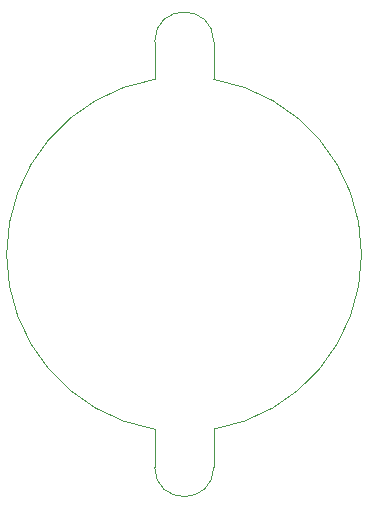
<source format=gm1>
G04 #@! TF.GenerationSoftware,KiCad,Pcbnew,9.0.0*
G04 #@! TF.CreationDate,2025-04-19T11:55:25+01:00*
G04 #@! TF.ProjectId,LED_Connector,4c45445f-436f-46e6-9e65-63746f722e6b,rev?*
G04 #@! TF.SameCoordinates,Original*
G04 #@! TF.FileFunction,Profile,NP*
%FSLAX46Y46*%
G04 Gerber Fmt 4.6, Leading zero omitted, Abs format (unit mm)*
G04 Created by KiCad (PCBNEW 9.0.0) date 2025-04-19 11:55:25*
%MOMM*%
%LPD*%
G01*
G04 APERTURE LIST*
G04 #@! TA.AperFunction,Profile*
%ADD10C,0.050000*%
G04 #@! TD*
G04 APERTURE END LIST*
D10*
X144950000Y-118000000D02*
X144950000Y-115000000D01*
X149950000Y-85175000D02*
X149950000Y-84975000D01*
X144950000Y-114800000D02*
X144950000Y-115000000D01*
X149950000Y-85175000D02*
G75*
G02*
X149949138Y-114794906I-2507600J-14809880D01*
G01*
X149950000Y-118000000D02*
G75*
G02*
X144950000Y-118000000I-2500000J0D01*
G01*
X144950000Y-114800000D02*
G75*
G02*
X144949999Y-85175000I2486420J14812500D01*
G01*
X149950000Y-81975000D02*
X149950000Y-84975000D01*
X144950000Y-81975000D02*
X144950000Y-84950000D01*
X149950000Y-115025000D02*
X149950000Y-114800000D01*
X144950000Y-81975000D02*
G75*
G02*
X149950000Y-81975000I2500000J0D01*
G01*
X149950000Y-118000000D02*
X149950000Y-115025000D01*
X144950000Y-84950000D02*
X144950000Y-85175000D01*
M02*

</source>
